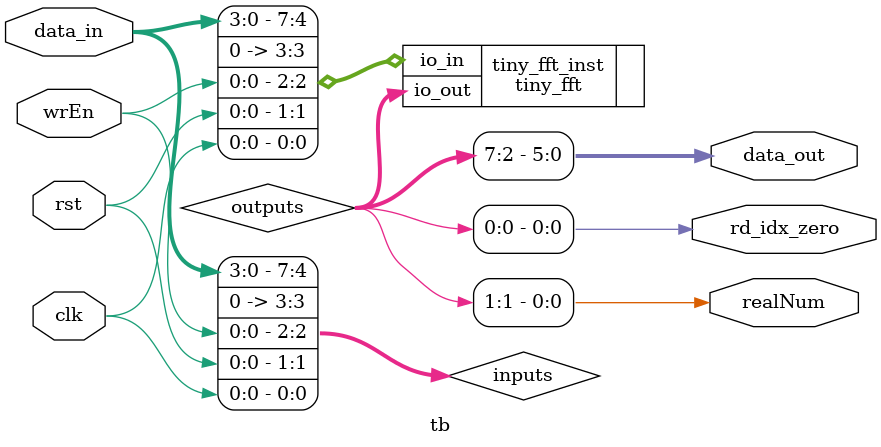
<source format=v>
`default_nettype none
`timescale 1ns/1ps

/*
this testbench just instantiates the module and makes some convenient wires
that can be driven / tested by the cocotb test.py
*/

module tb (
    // testbench is controlled by test.py
    input clk,
    input rst,
    input wrEn,
    input [3:0] data_in,
    output rd_idx_zero,
    output [5:0] data_out,
    output realNum
);

    // this part dumps the trace to a vcd file that can be viewed with GTKWave
    initial begin
        $dumpfile ("tb.vcd");
        $dumpvars (0, tb);
        #1;
    end

    // wire up the inputs and outputs
    wire [7:0] inputs = {data_in, 1'b0, wrEn, rst, clk};
    wire [7:0] outputs;
    assign data_out = outputs[7:2];
    assign rd_idx_zero = outputs[0];
    assign realNum = outputs[1];

    // instantiate the DUT
    tiny_fft tiny_fft_inst(
        .io_in  (inputs),
        .io_out (outputs)
        );

endmodule

</source>
